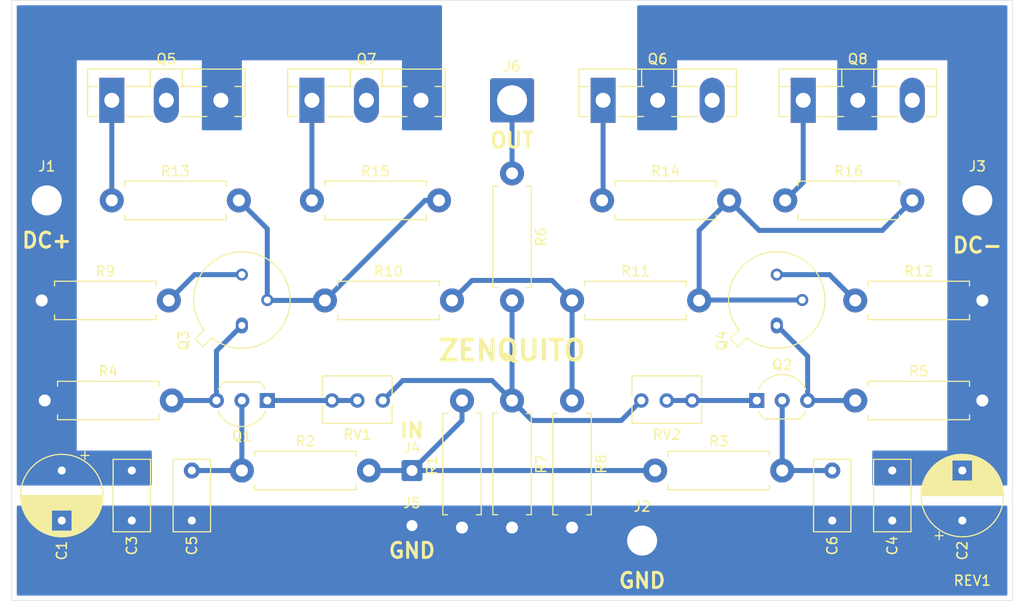
<source format=kicad_pcb>
(kicad_pcb (version 20211014) (generator pcbnew)
  (title_block (title "Zenquito") (rev "1") (comment 1 "https://github.com/jcassette") (comment 2 "Kicad project by J. Cassette") (comment 3 "http://jm.plantefeve.pagesperso-orange.fr") (comment 4 "Design by J.M. Plantefeve"))
  (layers (0 "F.Cu" signal) (31 "B.Cu" signal) (34 "B.Paste" user) (35 "F.Paste" user) (36 "B.SilkS" user "B.Silkscreen") (37 "F.SilkS" user "F.Silkscreen") (38 "B.Mask" user) (39 "F.Mask" user) (44 "Edge.Cuts" user))
  (net 0 "")
  (net 1 "GND")
  (net 2 "Net-(Q1-Pad1)")
  (net 3 "Net-(Q1-Pad3)")
  (net 4 "Net-(Q2-Pad1)")
  (net 5 "Net-(Q2-Pad3)")
  (net 6 "Net-(Q3-Pad3)")
  (net 7 "Net-(Q3-Pad2)")
  (net 8 "Net-(Q4-Pad3)")
  (net 9 "Net-(Q4-Pad2)")
  (net 10 "+VDC")
  (net 11 "/OUT")
  (net 12 "Net-(Q5-Pad1)")
  (net 13 "-VDC")
  (net 14 "Net-(Q6-Pad1)")
  (net 15 "Net-(R6-Pad2)")
  (net 16 "Net-(R10-Pad2)")
  (net 17 "Net-(Q7-Pad1)")
  (net 18 "Net-(Q8-Pad1)")
  (net 19 "Net-(J4-Pad1)")
  (net 20 "Net-(C5-Pad2)")
  (net 21 "Net-(C6-Pad1)")
  (footprint "Connector_Wire:SolderWire-0.5sqmm_1x01_D0.9mm_OD2.1mm" (layer "F.Cu") (at 90 97)
    (fp_text reference "J4" (at 0 -2.25) (layer "F.SilkS"))
    (fp_text value "Conn_01x01")
    (pad "1" thru_hole roundrect locked (at 0 0) (size 2.1 2.1) (drill 1.1) (layers *.Cu *.Mask) (roundrect_rratio 0.1190480952) (net 19 "Net-(J4-Pad1)"))
  )
  (footprint "Connector_Wire:SolderWire-0.5sqmm_1x01_D0.9mm_OD2.1mm" (layer "F.Cu") (at 90 102.5)
    (fp_text reference "J5" (at 0 -2.25) (layer "F.SilkS"))
    (fp_text value "Conn_01x01")
    (pad "1" thru_hole roundrect locked (at 0 0) (size 2.1 2.1) (drill 1.1) (layers *.Cu *.Mask) (roundrect_rratio 0.1190480952) (net 1 "GND"))
  )
  (footprint "Package_TO_SOT_THT:TO-39-3" (layer "F.Cu") (at 73 82.5 90)
    (fp_text reference "Q3" (at -1.5 -5.82 90) (layer "F.SilkS"))
    (fp_text value "2N5416")
    (pad "1" thru_hole oval locked (at 0 0 90) (size 1.6 1.2) (drill 0.7) (layers *.Cu *.Mask) (net 3 "Net-(Q1-Pad3)"))
    (pad "2" thru_hole oval locked (at 2.54 2.54 90) (size 1.2 1.2) (drill 0.7) (layers *.Cu *.Mask) (net 7 "Net-(Q3-Pad2)"))
    (pad "3" thru_hole oval locked (at 5.08 0 90) (size 1.2 1.2) (drill 0.7) (layers *.Cu *.Mask) (net 6 "Net-(Q3-Pad3)"))
  )
  (footprint "Package_TO_SOT_THT:TO-39-3" (layer "F.Cu") (at 126.46 82.5 90)
    (fp_text reference "Q4" (at -1.5 -5.5 90) (layer "F.SilkS"))
    (fp_text value "2N3440")
    (pad "1" thru_hole oval locked (at 0 0 90) (size 1.6 1.2) (drill 0.7) (layers *.Cu *.Mask) (net 5 "Net-(Q2-Pad3)"))
    (pad "2" thru_hole oval locked (at 2.54 2.54 90) (size 1.2 1.2) (drill 0.7) (layers *.Cu *.Mask) (net 9 "Net-(Q4-Pad2)"))
    (pad "3" thru_hole oval locked (at 5.08 0 90) (size 1.2 1.2) (drill 0.7) (layers *.Cu *.Mask) (net 8 "Net-(Q4-Pad3)"))
  )
  (footprint "Package_TO_SOT_THT:TO-3P-3_Vertical" (layer "F.Cu") (at 60 60)
    (fp_text reference "Q5" (at 5.45 -4.12) (layer "F.SilkS"))
    (fp_text value "2SK1058/BUZ900DP")
    (pad "1" thru_hole rect locked (at 0 0) (size 2.5 4.5) (drill 1.5) (layers *.Cu *.Mask) (net 12 "Net-(Q5-Pad1)"))
    (pad "2" thru_hole oval locked (at 5.45 0) (size 2.5 4.5) (drill 1.5) (layers *.Cu *.Mask) (net 11 "/OUT"))
    (pad "3" thru_hole oval locked (at 10.9 0) (size 2.5 4.5) (drill 1.5) (layers *.Cu *.Mask) (net 10 "+VDC"))
  )
  (footprint "Package_TO_SOT_THT:TO-3P-3_Vertical" (layer "F.Cu") (at 109.1 60)
    (fp_text reference "Q6" (at 5.45 -4.12) (layer "F.SilkS"))
    (fp_text value "2SJ162/BUZ905DP")
    (pad "1" thru_hole rect locked (at 0 0) (size 2.5 4.5) (drill 1.5) (layers *.Cu *.Mask) (net 14 "Net-(Q6-Pad1)"))
    (pad "2" thru_hole oval locked (at 5.45 0) (size 2.5 4.5) (drill 1.5) (layers *.Cu *.Mask) (net 13 "-VDC"))
    (pad "3" thru_hole oval locked (at 10.9 0) (size 2.5 4.5) (drill 1.5) (layers *.Cu *.Mask) (net 11 "/OUT"))
  )
  (footprint "Package_TO_SOT_THT:TO-3P-3_Vertical" (layer "F.Cu") (at 129.1 60)
    (fp_text reference "Q8" (at 5.45 -4.12) (layer "F.SilkS"))
    (fp_text value "2SJ162/BUZ905DP")
    (pad "1" thru_hole rect locked (at 0 0) (size 2.5 4.5) (drill 1.5) (layers *.Cu *.Mask) (net 18 "Net-(Q8-Pad1)"))
    (pad "2" thru_hole oval locked (at 5.45 0) (size 2.5 4.5) (drill 1.5) (layers *.Cu *.Mask) (net 13 "-VDC"))
    (pad "3" thru_hole oval locked (at 10.9 0) (size 2.5 4.5) (drill 1.5) (layers *.Cu *.Mask) (net 11 "/OUT"))
  )
  (footprint "Resistor_THT:R_Axial_DIN0411_L9.9mm_D3.6mm_P12.70mm_Horizontal" (layer "F.Cu") (at 95 90 -90)
    (fp_text reference "R1" (at 6.5 3 90) (layer "F.SilkS"))
    (fp_text value "47k")
    (pad "1" thru_hole circle locked (at 0 0 270) (size 2.4 2.4) (drill 1.2) (layers *.Cu *.Mask) (net 19 "Net-(J4-Pad1)"))
    (pad "2" thru_hole oval locked (at 12.7 0 270) (size 2.4 2.4) (drill 1.2) (layers *.Cu *.Mask) (net 1 "GND"))
  )
  (footprint "Resistor_THT:R_Axial_DIN0411_L9.9mm_D3.6mm_P12.70mm_Horizontal" (layer "F.Cu") (at 114.3 97)
    (fp_text reference "R3" (at 6.35 -2.92) (layer "F.SilkS"))
    (fp_text value "1k")
    (pad "1" thru_hole circle locked (at 0 0) (size 2.4 2.4) (drill 1.2) (layers *.Cu *.Mask) (net 19 "Net-(J4-Pad1)"))
    (pad "2" thru_hole oval locked (at 12.7 0) (size 2.4 2.4) (drill 1.2) (layers *.Cu *.Mask) (net 21 "Net-(C6-Pad1)"))
  )
  (footprint "Resistor_THT:R_Axial_DIN0411_L9.9mm_D3.6mm_P12.70mm_Horizontal" (layer "F.Cu") (at 53.3 90)
    (fp_text reference "R4" (at 6.35 -2.92) (layer "F.SilkS"))
    (fp_text value "1k5")
    (pad "1" thru_hole circle locked (at 0 0) (size 2.4 2.4) (drill 1.2) (layers *.Cu *.Mask) (net 10 "+VDC"))
    (pad "2" thru_hole oval locked (at 12.7 0) (size 2.4 2.4) (drill 1.2) (layers *.Cu *.Mask) (net 3 "Net-(Q1-Pad3)"))
  )
  (footprint "Resistor_THT:R_Axial_DIN0411_L9.9mm_D3.6mm_P12.70mm_Horizontal" (layer "F.Cu") (at 134.3 90)
    (fp_text reference "R5" (at 6.35 -2.92) (layer "F.SilkS"))
    (fp_text value "1k5")
    (pad "1" thru_hole circle locked (at 0 0) (size 2.4 2.4) (drill 1.2) (layers *.Cu *.Mask) (net 5 "Net-(Q2-Pad3)"))
    (pad "2" thru_hole oval locked (at 12.7 0) (size 2.4 2.4) (drill 1.2) (layers *.Cu *.Mask) (net 13 "-VDC"))
  )
  (footprint "Resistor_THT:R_Axial_DIN0411_L9.9mm_D3.6mm_P12.70mm_Horizontal" (layer "F.Cu") (at 106 90 -90)
    (fp_text reference "R8" (at 6.35 -2.92 90) (layer "F.SilkS"))
    (fp_text value "10k")
    (pad "1" thru_hole circle locked (at 0 0 270) (size 2.4 2.4) (drill 1.2) (layers *.Cu *.Mask) (net 16 "Net-(R10-Pad2)"))
    (pad "2" thru_hole oval locked (at 12.7 0 270) (size 2.4 2.4) (drill 1.2) (layers *.Cu *.Mask) (net 1 "GND"))
  )
  (footprint "Resistor_THT:R_Axial_DIN0411_L9.9mm_D3.6mm_P12.70mm_Horizontal" (layer "F.Cu") (at 81.3 80)
    (fp_text reference "R10" (at 6.35 -2.92) (layer "F.SilkS"))
    (fp_text value "68/150")
    (pad "1" thru_hole circle locked (at 0 0) (size 2.4 2.4) (drill 1.2) (layers *.Cu *.Mask) (net 7 "Net-(Q3-Pad2)"))
    (pad "2" thru_hole oval locked (at 12.7 0) (size 2.4 2.4) (drill 1.2) (layers *.Cu *.Mask) (net 16 "Net-(R10-Pad2)"))
  )
  (footprint "Resistor_THT:R_Axial_DIN0411_L9.9mm_D3.6mm_P12.70mm_Horizontal" (layer "F.Cu") (at 106 80)
    (fp_text reference "R11" (at 6.35 -2.92) (layer "F.SilkS"))
    (fp_text value "68/150")
    (pad "1" thru_hole circle locked (at 0 0) (size 2.4 2.4) (drill 1.2) (layers *.Cu *.Mask) (net 16 "Net-(R10-Pad2)"))
    (pad "2" thru_hole oval locked (at 12.7 0) (size 2.4 2.4) (drill 1.2) (layers *.Cu *.Mask) (net 9 "Net-(Q4-Pad2)"))
  )
  (footprint "Resistor_THT:R_Axial_DIN0411_L9.9mm_D3.6mm_P12.70mm_Horizontal" (layer "F.Cu") (at 134.3 80)
    (fp_text reference "R12" (at 6.35 -2.92) (layer "F.SilkS"))
    (fp_text value "100")
    (pad "1" thru_hole circle locked (at 0 0) (size 2.4 2.4) (drill 1.2) (layers *.Cu *.Mask) (net 8 "Net-(Q4-Pad3)"))
    (pad "2" thru_hole oval locked (at 12.7 0) (size 2.4 2.4) (drill 1.2) (layers *.Cu *.Mask) (net 13 "-VDC"))
  )
  (footprint "Resistor_THT:R_Axial_DIN0411_L9.9mm_D3.6mm_P12.70mm_Horizontal" (layer "F.Cu") (at 109 70)
    (fp_text reference "R14" (at 6.35 -2.92) (layer "F.SilkS"))
    (fp_text value "470")
    (pad "1" thru_hole circle locked (at 0 0) (size 2.4 2.4) (drill 1.2) (layers *.Cu *.Mask) (net 14 "Net-(Q6-Pad1)"))
    (pad "2" thru_hole oval locked (at 12.7 0) (size 2.4 2.4) (drill 1.2) (layers *.Cu *.Mask) (net 9 "Net-(Q4-Pad2)"))
  )
  (footprint "Potentiometer_THT:Potentiometer_Bourns_3266Y_Vertical" (layer "F.Cu") (at 112.92 90 180)
    (fp_text reference "RV2" (at -2.54 -3.41) (layer "F.SilkS"))
    (fp_text value "470")
    (pad "1" thru_hole circle locked (at 0 0 180) (size 1.44 1.44) (drill 0.8) (layers *.Cu *.Mask) (net 15 "Net-(R6-Pad2)"))
    (pad "2" thru_hole circle locked (at -2.54 0 180) (size 1.44 1.44) (drill 0.8) (layers *.Cu *.Mask) (net 4 "Net-(Q2-Pad1)"))
    (pad "3" thru_hole circle locked (at -5.08 0 180) (size 1.44 1.44) (drill 0.8) (layers *.Cu *.Mask) (net 4 "Net-(Q2-Pad1)"))
  )
  (footprint "Resistor_THT:R_Axial_DIN0411_L9.9mm_D3.6mm_P12.70mm_Horizontal" (layer "F.Cu") (at 100 90 -90)
    (fp_text reference "R7" (at 6.35 -2.92 90) (layer "F.SilkS"))
    (fp_text value "180")
    (pad "1" thru_hole circle locked (at 0 0 270) (size 2.4 2.4) (drill 1.2) (layers *.Cu *.Mask) (net 15 "Net-(R6-Pad2)"))
    (pad "2" thru_hole oval locked (at 12.7 0 270) (size 2.4 2.4) (drill 1.2) (layers *.Cu *.Mask) (net 1 "GND"))
  )
  (footprint "Package_TO_SOT_THT:TO-92_Inline_Wide" (layer "F.Cu") (at 75.54 90 180)
    (fp_text reference "Q1" (at 2.54 -3.56) (layer "F.SilkS"))
    (fp_text value "2SK246")
    (pad "1" thru_hole rect locked (at 0 0 180) (size 1.5 1.5) (drill 0.8) (layers *.Cu *.Mask) (net 2 "Net-(Q1-Pad1)"))
    (pad "2" thru_hole circle locked (at 2.54 0 180) (size 1.5 1.5) (drill 0.8) (layers *.Cu *.Mask) (net 20 "Net-(C5-Pad2)"))
    (pad "3" thru_hole circle locked (at 5.08 0 180) (size 1.5 1.5) (drill 0.8) (layers *.Cu *.Mask) (net 3 "Net-(Q1-Pad3)"))
  )
  (footprint "Resistor_THT:R_Axial_DIN0411_L9.9mm_D3.6mm_P12.70mm_Horizontal" (layer "F.Cu") (at 73 97)
    (fp_text reference "R2" (at 6.35 -2.92) (layer "F.SilkS"))
    (fp_text value "1k")
    (pad "1" thru_hole circle locked (at 0 0) (size 2.4 2.4) (drill 1.2) (layers *.Cu *.Mask) (net 20 "Net-(C5-Pad2)"))
    (pad "2" thru_hole oval locked (at 12.7 0) (size 2.4 2.4) (drill 1.2) (layers *.Cu *.Mask) (net 19 "Net-(J4-Pad1)"))
  )
  (footprint "Resistor_THT:R_Axial_DIN0411_L9.9mm_D3.6mm_P12.70mm_Horizontal" (layer "F.Cu") (at 53 80)
    (fp_text reference "R9" (at 6.35 -2.92) (layer "F.SilkS"))
    (fp_text value "100")
    (pad "1" thru_hole circle locked (at 0 0) (size 2.4 2.4) (drill 1.2) (layers *.Cu *.Mask) (net 10 "+VDC"))
    (pad "2" thru_hole oval locked (at 12.7 0) (size 2.4 2.4) (drill 1.2) (layers *.Cu *.Mask) (net 6 "Net-(Q3-Pad3)"))
  )
  (footprint "Capacitor_THT:CP_Radial_D8.0mm_P5.00mm" (layer "F.Cu") (at 145 102 90)
    (fp_text reference "C2" (at -3 0 90) (layer "F.SilkS"))
    (fp_text value "100u")
    (pad "1" thru_hole rect locked (at 0 0 90) (size 1.6 1.6) (drill 0.8) (layers *.Cu *.Mask) (net 1 "GND"))
    (pad "2" thru_hole circle locked (at 5 0 90) (size 1.6 1.6) (drill 0.8) (layers *.Cu *.Mask) (net 13 "-VDC"))
  )
  (footprint "Capacitor_THT:C_Rect_L7.0mm_W3.5mm_P5.00mm" (layer "F.Cu") (at 62 97 -90)
    (fp_text reference "C3" (at 7.5 0 90) (layer "F.SilkS"))
    (fp_text value "1u")
    (pad "1" thru_hole circle locked (at 0 0 270) (size 1.6 1.6) (drill 0.8) (layers *.Cu *.Mask) (net 10 "+VDC"))
    (pad "2" thru_hole circle locked (at 5 0 270) (size 1.6 1.6) (drill 0.8) (layers *.Cu *.Mask) (net 1 "GND"))
  )
  (footprint "Potentiometer_THT:Potentiometer_Bourns_3266Y_Vertical" (layer "F.Cu") (at 82 90 180)
    (fp_text reference "RV1" (at -2.54 -3.41) (layer "F.SilkS"))
    (fp_text value "470")
    (pad "1" thru_hole circle locked (at 0 0 180) (size 1.44 1.44) (drill 0.8) (layers *.Cu *.Mask) (net 2 "Net-(Q1-Pad1)"))
    (pad "2" thru_hole circle locked (at -2.54 0 180) (size 1.44 1.44) (drill 0.8) (layers *.Cu *.Mask) (net 2 "Net-(Q1-Pad1)"))
    (pad "3" thru_hole circle locked (at -5.08 0 180) (size 1.44 1.44) (drill 0.8) (layers *.Cu *.Mask) (net 15 "Net-(R6-Pad2)"))
  )
  (footprint "Package_TO_SOT_THT:TO-92_Inline_Wide" (layer "F.Cu") (at 124.46 90)
    (fp_text reference "Q2" (at 2.54 -3.56) (layer "F.SilkS"))
    (fp_text value "2SJ103")
    (pad "1" thru_hole rect locked (at 0 0) (size 1.5 1.5) (drill 0.8) (layers *.Cu *.Mask) (net 4 "Net-(Q2-Pad1)"))
    (pad "2" thru_hole circle locked (at 2.54 0) (size 1.5 1.5) (drill 0.8) (layers *.Cu *.Mask) (net 21 "Net-(C6-Pad1)"))
    (pad "3" thru_hole circle locked (at 5.08 0) (size 1.5 1.5) (drill 0.8) (layers *.Cu *.Mask) (net 5 "Net-(Q2-Pad3)"))
  )
  (footprint "Connector_Wire:SolderWire-2.5sqmm_1x01_D2.4mm_OD4.4mm" (layer "F.Cu") (at 146.5 70)
    (fp_text reference "J3" (at 0 -3.4) (layer "F.SilkS"))
    (fp_text value "Conn_01x01")
    (pad "1" thru_hole roundrect locked (at 0 0) (size 4.4 4.4) (drill 3) (layers *.Cu *.Mask) (roundrect_rratio 0.05681795455) (net 13 "-VDC"))
  )
  (footprint "Connector_Wire:SolderWire-2.5sqmm_1x01_D2.4mm_OD4.4mm" (layer "F.Cu") (at 100 60)
    (fp_text reference "J6" (at 0 -3.4) (layer "F.SilkS"))
    (fp_text value "Conn_01x01")
    (pad "1" thru_hole roundrect locked (at 0 0) (size 4.4 4.4) (drill 3) (layers *.Cu *.Mask) (roundrect_rratio 0.05681795455) (net 11 "/OUT"))
  )
  (footprint "Resistor_THT:R_Axial_DIN0411_L9.9mm_D3.6mm_P12.70mm_Horizontal" (layer "F.Cu") (at 60 70)
    (fp_text reference "R13" (at 6.35 -2.92) (layer "F.SilkS"))
    (fp_text value "470")
    (pad "1" thru_hole circle locked (at 0 0) (size 2.4 2.4) (drill 1.2) (layers *.Cu *.Mask) (net 12 "Net-(Q5-Pad1)"))
    (pad "2" thru_hole oval locked (at 12.7 0) (size 2.4 2.4) (drill 1.2) (layers *.Cu *.Mask) (net 7 "Net-(Q3-Pad2)"))
  )
  (footprint "Resistor_THT:R_Axial_DIN0411_L9.9mm_D3.6mm_P12.70mm_Horizontal" (layer "F.Cu") (at 127.3 70)
    (fp_text reference "R16" (at 6.35 -2.92) (layer "F.SilkS"))
    (fp_text value "470")
    (pad "1" thru_hole circle locked (at 0 0) (size 2.4 2.4) (drill 1.2) (layers *.Cu *.Mask) (net 18 "Net-(Q8-Pad1)"))
    (pad "2" thru_hole oval locked (at 12.7 0) (size 2.4 2.4) (drill 1.2) (layers *.Cu *.Mask) (net 9 "Net-(Q4-Pad2)"))
  )
  (footprint "Resistor_THT:R_Axial_DIN0411_L9.9mm_D3.6mm_P12.70mm_Horizontal" (layer "F.Cu") (at 80 70)
    (fp_text reference "R15" (at 6.35 -2.92) (layer "F.SilkS"))
    (fp_text value "470")
    (pad "1" thru_hole circle locked (at 0 0) (size 2.4 2.4) (drill 1.2) (layers *.Cu *.Mask) (net 17 "Net-(Q7-Pad1)"))
    (pad "2" thru_hole oval locked (at 12.7 0) (size 2.4 2.4) (drill 1.2) (layers *.Cu *.Mask) (net 7 "Net-(Q3-Pad2)"))
  )
  (footprint "Package_TO_SOT_THT:TO-3P-3_Vertical" (layer "F.Cu") (at 80 60)
    (fp_text reference "Q7" (at 5.45 -4.12) (layer "F.SilkS"))
    (fp_text value "2SK1058/BUZ900DP")
    (pad "1" thru_hole rect locked (at 0 0) (size 2.5 4.5) (drill 1.5) (layers *.Cu *.Mask) (net 17 "Net-(Q7-Pad1)"))
    (pad "2" thru_hole oval locked (at 5.45 0) (size 2.5 4.5) (drill 1.5) (layers *.Cu *.Mask) (net 11 "/OUT"))
    (pad "3" thru_hole oval locked (at 10.9 0) (size 2.5 4.5) (drill 1.5) (layers *.Cu *.Mask) (net 10 "+VDC"))
  )
  (footprint "Capacitor_THT:C_Rect_L7.0mm_W3.5mm_P5.00mm" (layer "F.Cu") (at 68 102 90)
    (fp_text reference "C5" (at -2.5 0 90) (layer "F.SilkS"))
    (fp_text value "47p")
    (pad "1" thru_hole circle locked (at 0 0 90) (size 1.6 1.6) (drill 0.8) (layers *.Cu *.Mask) (net 1 "GND"))
    (pad "2" thru_hole circle locked (at 5 0 90) (size 1.6 1.6) (drill 0.8) (layers *.Cu *.Mask) (net 20 "Net-(C5-Pad2)"))
  )
  (footprint "Connector_Wire:SolderWire-2.5sqmm_1x01_D2.4mm_OD4.4mm" (layer "F.Cu") (at 113 104)
    (fp_text reference "J2" (at 0 -3.4) (layer "F.SilkS"))
    (fp_text value "Conn_01x01")
    (pad "1" thru_hole roundrect locked (at 0 0) (size 4.4 4.4) (drill 3) (layers *.Cu *.Mask) (roundrect_rratio 0.05681795455) (net 1 "GND"))
  )
  (footprint "Connector_Wire:SolderWire-2.5sqmm_1x01_D2.4mm_OD4.4mm" (layer "F.Cu") (at 53.5 70)
    (fp_text reference "J1" (at 0 -3.4) (layer "F.SilkS"))
    (fp_text value "Conn_01x01")
    (pad "1" thru_hole roundrect locked (at 0 0) (size 4.4 4.4) (drill 3) (layers *.Cu *.Mask) (roundrect_rratio 0.05681795455) (net 10 "+VDC"))
  )
  (footprint "Capacitor_THT:C_Rect_L7.0mm_W3.5mm_P5.00mm" (layer "F.Cu") (at 132 97 -90)
    (fp_text reference "C6" (at 7.5 0 90) (layer "F.SilkS"))
    (fp_text value "47p")
    (pad "1" thru_hole circle locked (at 0 0 270) (size 1.6 1.6) (drill 0.8) (layers *.Cu *.Mask) (net 21 "Net-(C6-Pad1)"))
    (pad "2" thru_hole circle locked (at 5 0 270) (size 1.6 1.6) (drill 0.8) (layers *.Cu *.Mask) (net 1 "GND"))
  )
  (footprint "Capacitor_THT:CP_Radial_D8.0mm_P5.00mm" (layer "F.Cu") (at 55 97 -90)
    (fp_text reference "C1" (at 8 0 90) (layer "F.SilkS"))
    (fp_text value "100u")
    (pad "1" thru_hole rect locked (at 0 0 270) (size 1.6 1.6) (drill 0.8) (layers *.Cu *.Mask) (net 10 "+VDC"))
    (pad "2" thru_hole circle locked (at 5 0 270) (size 1.6 1.6) (drill 0.8) (layers *.Cu *.Mask) (net 1 "GND"))
  )
  (footprint "Capacitor_THT:C_Rect_L7.0mm_W3.5mm_P5.00mm" (layer "F.Cu") (at 138 102 90)
    (fp_text reference "C4" (at -2.5 0 90) (layer "F.SilkS"))
    (fp_text value "1u")
    (pad "1" thru_hole circle locked (at 0 0 90) (size 1.6 1.6) (drill 0.8) (layers *.Cu *.Mask) (net 1 "GND"))
    (pad "2" thru_hole circle locked (at 5 0 90) (size 1.6 1.6) (drill 0.8) (layers *.Cu *.Mask) (net 13 "-VDC"))
  )
  (footprint "Resistor_THT:R_Axial_DIN0411_L9.9mm_D3.6mm_P12.70mm_Horizontal" (layer "F.Cu") (at 100 67.3 -90)
    (fp_text reference "R6" (at 6.35 -2.92 90) (layer "F.SilkS"))
    (fp_text value "5k6")
    (pad "1" thru_hole circle locked (at 0 0 270) (size 2.4 2.4) (drill 1.2) (layers *.Cu *.Mask) (net 11 "/OUT"))
    (pad "2" thru_hole oval locked (at 12.7 0 270) (size 2.4 2.4) (drill 1.2) (layers *.Cu *.Mask) (net 15 "Net-(R6-Pad2)"))
  )
  (gr_line (start 50 110) (end 50 50) (layer "Edge.Cuts") (width 0.05))
  (gr_line (start 150 50) (end 150 110) (layer "Edge.Cuts") (width 0.05))
  (gr_line (start 150 110) (end 50 110) (layer "Edge.Cuts") (width 0.05))
  (gr_line (start 50 50) (end 150 50) (layer "Edge.Cuts") (width 0.05))
  (gr_text "GND" (at 90 105) (layer "F.SilkS") (effects (font (size 1.5 1.5) (thickness 0.3))))
  (gr_text "GND" (at 113 108) (layer "F.SilkS") (effects (font (size 1.5 1.5) (thickness 0.3))))
  (gr_text "OUT" (at 100 64) (layer "F.SilkS") (effects (font (size 1.5 1.5) (thickness 0.3))))
  (gr_text "ZENQUITO" (at 100 85) (layer "F.SilkS") (effects (font (size 2 2) (thickness 0.4))))
  (gr_text "REV1" (at 146 108) (layer "F.SilkS") (effects (font (size 1 1))))
  (gr_text "DC+" (at 53.5 74) (layer "F.SilkS") (effects (font (size 1.5 1.5) (thickness 0.3))))
  (gr_text "DC-" (at 146.5 74.5) (layer "F.SilkS") (effects (font (size 1.5 1.5) (thickness 0.3))))
  (gr_text "IN" (at 90 93) (layer "F.SilkS") (effects (font (size 1.5 1.5) (thickness 0.3))))
  (segment (start 82 90) (end 75.54 90) (width 0.5) (layer "B.Cu") (net 2))
  (segment (start 84.54 90) (end 82 90) (width 0.5) (layer "B.Cu") (net 2))
  (segment (start 70.46 90) (end 70.46 85.04) (width 0.5) (layer "B.Cu") (net 3))
  (segment (start 66 90) (end 70.46 90) (width 0.5) (layer "B.Cu") (net 3))
  (segment (start 70.46 85.04) (end 73 82.5) (width 0.5) (layer "B.Cu") (net 3))
  (segment (start 124.46 90) (end 118 90) (width 0.5) (layer "B.Cu") (net 4))
  (segment (start 115.46 90) (end 118 90) (width 0.5) (layer "B.Cu") (net 4))
  (segment (start 129.54 90) (end 134.3 90) (width 0.5) (layer "B.Cu") (net 5))
  (segment (start 129.54 90) (end 129.54 85.58) (width 0.5) (layer "B.Cu") (net 5))
  (segment (start 129.54 85.58) (end 126.46 82.5) (width 0.5) (layer "B.Cu") (net 5))
  (segment (start 73 77.42) (end 68.28 77.42) (width 0.5) (layer "B.Cu") (net 6))
  (segment (start 68.28 77.42) (end 65.7 80) (width 0.5) (layer "B.Cu") (net 6))
  (segment (start 75.58 80) (end 75.54 79.96) (width 0.5) (layer "B.Cu") (net 7))
  (segment (start 75.54 79.96) (end 75.54 72.84) (width 0.5) (layer "B.Cu") (net 7))
  (segment (start 91.3 70) (end 92.7 70) (width 0.5) (layer "B.Cu") (net 7))
  (segment (start 81.3 80) (end 75.58 80) (width 0.5) (layer "B.Cu") (net 7))
  (segment (start 75.54 72.84) (end 72.7 70) (width 0.5) (layer "B.Cu") (net 7))
  (segment (start 81.3 80) (end 91.3 70) (width 0.5) (layer "B.Cu") (net 7))
  (segment (start 131.72 77.42) (end 134.3 80) (width 0.5) (layer "B.Cu") (net 8))
  (segment (start 126.46 77.42) (end 131.72 77.42) (width 0.5) (layer "B.Cu") (net 8))
  (segment (start 137 73) (end 140 70) (width 0.5) (layer "B.Cu") (net 9))
  (segment (start 124.7 73) (end 137 73) (width 0.5) (layer "B.Cu") (net 9))
  (segment (start 118.7 80) (end 118.7 73) (width 0.5) (layer "B.Cu") (net 9))
  (segment (start 118.7 73) (end 121.7 70) (width 0.5) (layer "B.Cu") (net 9))
  (segment (start 118.74 79.96) (end 118.7 80) (width 0.5) (layer "B.Cu") (net 9))
  (segment (start 121.7 70) (end 124.7 73) (width 0.5) (layer "B.Cu") (net 9))
  (segment (start 129 79.96) (end 118.74 79.96) (width 0.5) (layer "B.Cu") (net 9))
  (segment (start 100 60) (end 100 67.3) (width 0.5) (layer "B.Cu") (net 11))
  (segment (start 60 60) (end 60 70) (width 0.5) (layer "B.Cu") (net 12))
  (segment (start 109.1 69.9) (end 109 70) (width 0.5) (layer "B.Cu") (net 14))
  (segment (start 109.1 60) (end 109.1 69.9) (width 0.5) (layer "B.Cu") (net 14))
  (segment (start 87.08 90) (end 89.08 88) (width 0.5) (layer "B.Cu") (net 15))
  (segment (start 98 88) (end 100 90) (width 0.5) (layer "B.Cu") (net 15))
  (segment (start 89.08 88) (end 98 88) (width 0.5) (layer "B.Cu") (net 15))
  (segment (start 100 80) (end 100 90) (width 0.5) (layer "B.Cu") (net 15))
  (segment (start 102 92) (end 110.92 92) (width 0.5) (layer "B.Cu") (net 15))
  (segment (start 100 90) (end 102 92) (width 0.5) (layer "B.Cu") (net 15))
  (segment (start 110.92 92) (end 112.92 90) (width 0.5) (layer "B.Cu") (net 15))
  (segment (start 104 78) (end 96 78) (width 0.5) (layer "B.Cu") (net 16))
  (segment (start 96 78) (end 94 80) (width 0.5) (layer "B.Cu") (net 16))
  (segment (start 106 80) (end 104 78) (width 0.5) (layer "B.Cu") (net 16))
  (segment (start 106 80) (end 106 90) (width 0.5) (layer "B.Cu") (net 16))
  (segment (start 80 60) (end 80 70) (width 0.5) (layer "B.Cu") (net 17))
  (segment (start 129.1 60) (end 129.1 68.2) (width 0.5) (layer "B.Cu") (net 18))
  (segment (start 129.1 68.2) (end 127.3 70) (width 0.5) (layer "B.Cu") (net 18))
  (segment (start 95 90) (end 95 92) (width 0.5) (layer "B.Cu") (net 19))
  (segment (start 114.3 97) (end 85.7 97) (width 0.5) (layer "B.Cu") (net 19))
  (segment (start 95 92) (end 90 97) (width 0.5) (layer "B.Cu") (net 19))
  (segment (start 73 90) (end 73 97) (width 0.5) (layer "B.Cu") (net 20))
  (segment (start 73 97) (end 68 97) (width 0.5) (layer "B.Cu") (net 20))
  (segment (start 127 90) (end 127 97) (width 0.5) (layer "B.Cu") (net 21))
  (segment (start 127 97) (end 132 97) (width 0.5) (layer "B.Cu") (net 21))
  (zone (net 10) (net_name "+VDC") (layer "B.Cu") (connect_pads yes (clearance 0.5)) (min_thickness 0.25) (fill yes (thermal_gap 0.5) (thermal_bridge_width 0.5))
    (polygon (pts (xy 93 63) (xy 89 63) (xy 89 56) (xy 73 56) (xy 73 63) (xy 69 63) (xy 69 56) (xy 63 56) (xy 56.5 56) (xy 56.5 95) (xy 64 95) (xy 64 98.5) (xy 50.5 98.5) (xy 50.5 50.5) (xy 93 50.5)))
  )
  (zone (net 1) (net_name "GND") (layer "B.Cu") (connect_pads yes (clearance 0.5)) (min_thickness 0.25) (fill yes (thermal_gap 0.5) (thermal_bridge_width 0.5))
    (polygon (pts (xy 149.5 109.5) (xy 50.5 109.5) (xy 50.5 100.5) (xy 149.5 100.5)))
  )
  (zone (net 13) (net_name "-VDC") (layer "B.Cu") (connect_pads yes (clearance 0.5)) (min_thickness 0.25) (fill yes (thermal_gap 0.5) (thermal_bridge_width 0.5))
    (polygon (pts (xy 149.5 98.5) (xy 136 98.5) (xy 136 95) (xy 143.5 95) (xy 143.5 56) (xy 136.5 56) (xy 136.5 63) (xy 132.5 63) (xy 132.5 56) (xy 116.5 56) (xy 116.5 63) (xy 112.5 63) (xy 112.5 50.5) (xy 149.5 50.5)))
  )
)
</source>
